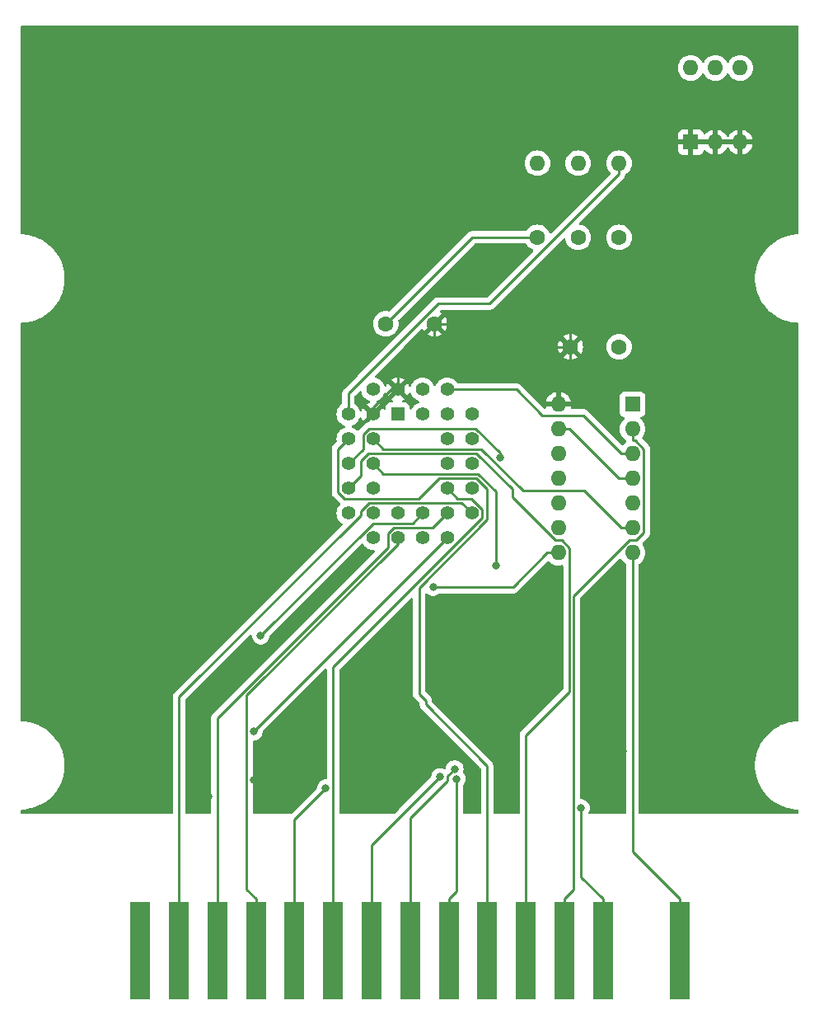
<source format=gbr>
G04 #@! TF.GenerationSoftware,KiCad,Pcbnew,8.0.2*
G04 #@! TF.CreationDate,2025-01-06T09:06:17+01:00*
G04 #@! TF.ProjectId,multicartridge-sst39sf010,6d756c74-6963-4617-9274-72696467652d,rev?*
G04 #@! TF.SameCoordinates,Original*
G04 #@! TF.FileFunction,Copper,L2,Bot*
G04 #@! TF.FilePolarity,Positive*
%FSLAX46Y46*%
G04 Gerber Fmt 4.6, Leading zero omitted, Abs format (unit mm)*
G04 Created by KiCad (PCBNEW 8.0.2) date 2025-01-06 09:06:17*
%MOMM*%
%LPD*%
G01*
G04 APERTURE LIST*
G04 #@! TA.AperFunction,ComponentPad*
%ADD10R,1.600000X1.600000*%
G04 #@! TD*
G04 #@! TA.AperFunction,ComponentPad*
%ADD11O,1.600000X1.600000*%
G04 #@! TD*
G04 #@! TA.AperFunction,ComponentPad*
%ADD12C,1.600000*%
G04 #@! TD*
G04 #@! TA.AperFunction,ComponentPad*
%ADD13R,1.422400X1.422400*%
G04 #@! TD*
G04 #@! TA.AperFunction,ComponentPad*
%ADD14C,1.422400*%
G04 #@! TD*
G04 #@! TA.AperFunction,SMDPad,CuDef*
%ADD15R,2.000000X10.000000*%
G04 #@! TD*
G04 #@! TA.AperFunction,ViaPad*
%ADD16C,0.800000*%
G04 #@! TD*
G04 #@! TA.AperFunction,Conductor*
%ADD17C,0.250000*%
G04 #@! TD*
G04 APERTURE END LIST*
D10*
X112014000Y-56134000D03*
D11*
X114554000Y-56134000D03*
X117094000Y-56134000D03*
X117094000Y-48514000D03*
X114554000Y-48514000D03*
X112014000Y-48514000D03*
D10*
X106045000Y-83058000D03*
D11*
X106045000Y-85598000D03*
X106045000Y-88138000D03*
X106045000Y-90678000D03*
X106045000Y-93218000D03*
X106045000Y-95758000D03*
X106045000Y-98298000D03*
X98425000Y-98298000D03*
X98425000Y-95758000D03*
X98425000Y-93218000D03*
X98425000Y-90678000D03*
X98425000Y-88138000D03*
X98425000Y-85598000D03*
X98425000Y-83058000D03*
D12*
X99647000Y-77143000D03*
X104647000Y-77143000D03*
X85685000Y-74785000D03*
X80685000Y-74785000D03*
X100457000Y-65913000D03*
D11*
X100457000Y-58293000D03*
D12*
X96266000Y-65913000D03*
D11*
X96266000Y-58293000D03*
D12*
X104648000Y-65913000D03*
D11*
X104648000Y-58293000D03*
D13*
X81915000Y-84074000D03*
D14*
X84455000Y-81534000D03*
X84455000Y-84074000D03*
X86995000Y-81534000D03*
X89535000Y-84074000D03*
X86995000Y-84074000D03*
X89535000Y-86614000D03*
X86995000Y-86614000D03*
X89535000Y-89154000D03*
X86995000Y-89154000D03*
X89535000Y-91694000D03*
X86995000Y-91694000D03*
X89535000Y-94234000D03*
X86995000Y-96774000D03*
X86995000Y-94234000D03*
X84455000Y-96774000D03*
X84455000Y-94234000D03*
X81915000Y-96774000D03*
X81915000Y-94234000D03*
X79375000Y-96774000D03*
X76835000Y-94234000D03*
X79375000Y-94234000D03*
X76835000Y-91694000D03*
X79375000Y-91694000D03*
X76835000Y-89154000D03*
X79375000Y-89154000D03*
X76835000Y-86614000D03*
X79375000Y-86614000D03*
X76835000Y-84074000D03*
X79375000Y-81534000D03*
X79375000Y-84074000D03*
X81915000Y-81534000D03*
D15*
X55465000Y-139192000D03*
X59425000Y-139192000D03*
X63385000Y-139192000D03*
X67345000Y-139192000D03*
X71305000Y-139192000D03*
X75265000Y-139192000D03*
X79225000Y-139192000D03*
X83185000Y-139192000D03*
X87145000Y-139192000D03*
X91105000Y-139192000D03*
X95065000Y-139192000D03*
X99025000Y-139192000D03*
X102985000Y-139192000D03*
X110905000Y-139192000D03*
D16*
X108077000Y-117881400D03*
X105029000Y-118643400D03*
X101422200Y-118592600D03*
X98374200Y-112039400D03*
X85115400Y-110921800D03*
X82778600Y-110921800D03*
X73685400Y-119913400D03*
X76733400Y-118948200D03*
X67109600Y-121640600D03*
X55465000Y-123113800D03*
X67104500Y-116664500D03*
X67834600Y-106822800D03*
X91972000Y-99597000D03*
X92433700Y-88562400D03*
X87963600Y-121520500D03*
X87760700Y-120518200D03*
X86263800Y-121315900D03*
X74525100Y-122473700D03*
X100741200Y-124513000D03*
X85538700Y-101825300D03*
X60731400Y-121539000D03*
X62458600Y-123317000D03*
D17*
X101422200Y-118592600D02*
X104978200Y-118592600D01*
X104978200Y-118592600D02*
X105029000Y-118643400D01*
X111785400Y-114173000D02*
X108077000Y-117881400D01*
X111785400Y-77800200D02*
X111785400Y-107721400D01*
X111785400Y-107721400D02*
X111785400Y-114173000D01*
X111480600Y-77495400D02*
X111785400Y-77800200D01*
X111480600Y-77292200D02*
X111480600Y-77495400D01*
X107670600Y-73482200D02*
X111480600Y-77292200D01*
X107670600Y-71653400D02*
X107061000Y-72263000D01*
X107670600Y-71653400D02*
X107670600Y-73482200D01*
X112014000Y-67310000D02*
X107670600Y-71653400D01*
X97256600Y-110921800D02*
X98374200Y-112039400D01*
X82778600Y-114122200D02*
X82778600Y-110921800D01*
X77952600Y-118948200D02*
X82778600Y-114122200D01*
X85115400Y-110921800D02*
X97256600Y-110921800D01*
X91105000Y-120186500D02*
X91105000Y-139192000D01*
X84800300Y-113881800D02*
X91105000Y-120186500D01*
X84800300Y-113502300D02*
X84800300Y-113881800D01*
X84099400Y-101868800D02*
X84099400Y-112801400D01*
X91064100Y-94904100D02*
X84099400Y-101868800D01*
X89982300Y-90640600D02*
X91064100Y-91722400D01*
X86174600Y-90640600D02*
X89982300Y-90640600D01*
X84075200Y-92740000D02*
X86174600Y-90640600D01*
X76404900Y-92740000D02*
X84075200Y-92740000D01*
X75763600Y-92098700D02*
X76404900Y-92740000D01*
X91064100Y-91722400D02*
X91064100Y-94904100D01*
X84099400Y-112801400D02*
X84800300Y-113502300D01*
X75763600Y-87685400D02*
X75763600Y-92098700D01*
X76835000Y-86614000D02*
X75763600Y-87685400D01*
X76733400Y-118948200D02*
X77952600Y-118948200D01*
X71958200Y-121640600D02*
X73685400Y-119913400D01*
X67109600Y-121640600D02*
X71958200Y-121640600D01*
X96266000Y-65913000D02*
X89557000Y-65913000D01*
X89557000Y-65913000D02*
X80685000Y-74785000D01*
X110905000Y-139192000D02*
X110905000Y-133866900D01*
X106045000Y-98298000D02*
X106045000Y-129006900D01*
X106045000Y-129006900D02*
X110905000Y-133866900D01*
X81915000Y-81534000D02*
X81915000Y-80837600D01*
X93526000Y-77143000D02*
X99647000Y-77143000D01*
X112014000Y-56134000D02*
X112014000Y-67310000D01*
X85685000Y-74785000D02*
X91168000Y-74785000D01*
X101473000Y-72263000D02*
X101473000Y-72390000D01*
X101473000Y-72390000D02*
X99647000Y-74216000D01*
X79375000Y-83377600D02*
X79375000Y-84074000D01*
X81915000Y-80837600D02*
X81915000Y-80010000D01*
X81915000Y-80837600D02*
X79375000Y-83377600D01*
X82804000Y-79121000D02*
X84582000Y-79121000D01*
X98425000Y-83058000D02*
X98425000Y-81026000D01*
X117094000Y-56134000D02*
X114554000Y-56134000D01*
X81915000Y-80010000D02*
X82804000Y-79121000D01*
X114554000Y-56134000D02*
X112014000Y-56134000D01*
X84582000Y-79121000D02*
X85685000Y-78018000D01*
X99647000Y-79804000D02*
X99647000Y-77143000D01*
X91168000Y-74785000D02*
X93526000Y-77143000D01*
X98425000Y-81026000D02*
X99647000Y-79804000D01*
X85685000Y-78018000D02*
X85685000Y-74785000D01*
X107061000Y-72263000D02*
X101473000Y-72263000D01*
X99647000Y-74216000D02*
X99647000Y-77143000D01*
X86995000Y-96774000D02*
X67104500Y-116664500D01*
X79387000Y-95270400D02*
X67834600Y-106822800D01*
X84455000Y-94234000D02*
X83418600Y-95270400D01*
X83418600Y-95270400D02*
X79387000Y-95270400D01*
X91972000Y-91993700D02*
X90168800Y-90190500D01*
X90168800Y-90190500D02*
X80411500Y-90190500D01*
X80411500Y-90190500D02*
X79375000Y-89154000D01*
X91972000Y-99597000D02*
X91972000Y-91993700D01*
X89932600Y-85542200D02*
X92433700Y-88043300D01*
X92433700Y-88043300D02*
X92433700Y-88562400D01*
X78338600Y-86136800D02*
X78933200Y-85542200D01*
X76835000Y-89154000D02*
X78338600Y-87650400D01*
X78933200Y-85542200D02*
X89932600Y-85542200D01*
X78338600Y-87650400D02*
X78338600Y-86136800D01*
X100965100Y-84183200D02*
X104919900Y-88138000D01*
X96761200Y-84183200D02*
X100965100Y-84183200D01*
X106045000Y-88138000D02*
X104919900Y-88138000D01*
X86995000Y-81534000D02*
X94112000Y-81534000D01*
X94112000Y-81534000D02*
X96761200Y-84183200D01*
X78882000Y-88100600D02*
X90011700Y-88100600D01*
X95065000Y-117055500D02*
X95065000Y-139192000D01*
X99550900Y-112569600D02*
X95065000Y-117055500D01*
X93700100Y-91789000D02*
X93700100Y-92630500D01*
X78105000Y-88877600D02*
X78882000Y-88100600D01*
X78105000Y-90424000D02*
X78105000Y-88877600D01*
X98097600Y-97028000D02*
X98746700Y-97028000D01*
X98746700Y-97028000D02*
X99550900Y-97832200D01*
X93700100Y-92630500D02*
X98097600Y-97028000D01*
X99550900Y-97832200D02*
X99550900Y-112569600D01*
X90011700Y-88100600D02*
X93700100Y-91789000D01*
X76835000Y-91694000D02*
X78105000Y-90424000D01*
X87145000Y-133866900D02*
X87963600Y-133048300D01*
X87145000Y-139192000D02*
X87145000Y-133866900D01*
X87963600Y-133048300D02*
X87963600Y-121520500D01*
X87039400Y-121689600D02*
X87039400Y-121239500D01*
X83185000Y-139192000D02*
X83185000Y-125544000D01*
X83185000Y-125544000D02*
X87039400Y-121689600D01*
X87039400Y-121239500D02*
X87760700Y-120518200D01*
X79225000Y-128354700D02*
X86263800Y-121315900D01*
X79225000Y-139192000D02*
X79225000Y-128354700D01*
X75265000Y-110066500D02*
X75265000Y-139192000D01*
X89512900Y-92734600D02*
X90604100Y-93825800D01*
X90604100Y-93825800D02*
X90604100Y-94727400D01*
X86995000Y-91694000D02*
X88035600Y-92734600D01*
X90604100Y-94727400D02*
X75265000Y-110066500D01*
X88035600Y-92734600D02*
X89512900Y-92734600D01*
X71305000Y-125693800D02*
X74525100Y-122473700D01*
X71305000Y-139192000D02*
X71305000Y-125693800D01*
X81915000Y-97410600D02*
X81915000Y-96774000D01*
X67345000Y-133866900D02*
X66374400Y-132896300D01*
X66374400Y-112951200D02*
X81915000Y-97410600D01*
X66374400Y-132896300D02*
X66374400Y-112951200D01*
X67345000Y-139192000D02*
X67345000Y-133866900D01*
X80878700Y-96335200D02*
X81493300Y-95720600D01*
X63385000Y-133866900D02*
X63385000Y-115249200D01*
X63385000Y-115249200D02*
X80878700Y-97755500D01*
X85508400Y-95720600D02*
X86995000Y-94234000D01*
X63385000Y-139192000D02*
X63385000Y-133866900D01*
X80878700Y-97755500D02*
X80878700Y-96335200D01*
X81493300Y-95720600D02*
X85508400Y-95720600D01*
X78105000Y-94022700D02*
X78105000Y-94442700D01*
X59425000Y-113122700D02*
X59425000Y-139192000D01*
X78105000Y-94442700D02*
X59425000Y-113122700D01*
X88491200Y-93190200D02*
X78937500Y-93190200D01*
X78937500Y-93190200D02*
X78105000Y-94022700D01*
X89535000Y-94234000D02*
X88491200Y-93190200D01*
X102985000Y-133866900D02*
X100741200Y-131623100D01*
X100741200Y-131623100D02*
X100741200Y-124513000D01*
X102985000Y-139192000D02*
X102985000Y-133866900D01*
X104630100Y-90678000D02*
X99550100Y-85598000D01*
X98425000Y-85598000D02*
X99550100Y-85598000D01*
X106045000Y-90678000D02*
X104630100Y-90678000D01*
X99025000Y-139192000D02*
X99025000Y-133866900D01*
X100001100Y-102715700D02*
X105688800Y-97028000D01*
X107202200Y-96255400D02*
X107202200Y-87647200D01*
X106045000Y-85598000D02*
X106045000Y-86723100D01*
X100001100Y-132890800D02*
X100001100Y-102715700D01*
X99025000Y-133866900D02*
X100001100Y-132890800D01*
X106429600Y-97028000D02*
X107202200Y-96255400D01*
X106278100Y-86723100D02*
X106045000Y-86723100D01*
X105688800Y-97028000D02*
X106429600Y-97028000D01*
X107202200Y-87647200D02*
X106278100Y-86723100D01*
X104648000Y-58293000D02*
X104648000Y-59418100D01*
X76835000Y-81967900D02*
X76835000Y-84074000D01*
X104648000Y-59418100D02*
X91358400Y-72707700D01*
X91358400Y-72707700D02*
X86095200Y-72707700D01*
X86095200Y-72707700D02*
X76835000Y-81967900D01*
X79375000Y-86614000D02*
X80411400Y-87650400D01*
X80411400Y-87650400D02*
X90496300Y-87650400D01*
X106045000Y-95758000D02*
X104919900Y-95758000D01*
X94793900Y-91948000D02*
X101109900Y-91948000D01*
X90496300Y-87650400D02*
X94793900Y-91948000D01*
X101109900Y-91948000D02*
X104919900Y-95758000D01*
X98425000Y-98298000D02*
X97299900Y-98298000D01*
X93772600Y-101825300D02*
X97299900Y-98298000D01*
X85538700Y-101825300D02*
X93772600Y-101825300D01*
X60731400Y-121539000D02*
X60731400Y-121589800D01*
X60731400Y-121589800D02*
X62458600Y-123317000D01*
G04 #@! TA.AperFunction,Conductor*
G36*
X114233920Y-55888394D02*
G01*
X114181259Y-55979606D01*
X114154000Y-56081339D01*
X114154000Y-56186661D01*
X114181259Y-56288394D01*
X114233920Y-56379606D01*
X114238314Y-56384000D01*
X112329686Y-56384000D01*
X112334080Y-56379606D01*
X112386741Y-56288394D01*
X112414000Y-56186661D01*
X112414000Y-56081339D01*
X112386741Y-55979606D01*
X112334080Y-55888394D01*
X112329686Y-55884000D01*
X114238314Y-55884000D01*
X114233920Y-55888394D01*
G37*
G04 #@! TD.AperFunction*
G04 #@! TA.AperFunction,Conductor*
G36*
X116773920Y-55888394D02*
G01*
X116721259Y-55979606D01*
X116694000Y-56081339D01*
X116694000Y-56186661D01*
X116721259Y-56288394D01*
X116773920Y-56379606D01*
X116778314Y-56384000D01*
X114869686Y-56384000D01*
X114874080Y-56379606D01*
X114926741Y-56288394D01*
X114954000Y-56186661D01*
X114954000Y-56081339D01*
X114926741Y-55979606D01*
X114874080Y-55888394D01*
X114869686Y-55884000D01*
X116778314Y-55884000D01*
X116773920Y-55888394D01*
G37*
G04 #@! TD.AperFunction*
G04 #@! TA.AperFunction,Conductor*
G36*
X123064539Y-44190286D02*
G01*
X123110294Y-44243090D01*
X123121500Y-44294601D01*
X123121500Y-65495500D01*
X123101815Y-65562539D01*
X123049011Y-65608294D01*
X122997500Y-65619500D01*
X122937774Y-65619500D01*
X122863905Y-65626345D01*
X122521114Y-65658108D01*
X122521113Y-65658109D01*
X122521109Y-65658109D01*
X122521106Y-65658110D01*
X122377738Y-65684910D01*
X122109770Y-65735001D01*
X121707301Y-65849515D01*
X121317102Y-66000678D01*
X120942519Y-66187199D01*
X120586741Y-66407487D01*
X120252816Y-66659655D01*
X120252807Y-66659662D01*
X119943570Y-66941570D01*
X119661662Y-67250807D01*
X119661655Y-67250816D01*
X119409487Y-67584741D01*
X119189199Y-67940519D01*
X119002678Y-68315102D01*
X118851515Y-68705301D01*
X118737001Y-69107770D01*
X118660109Y-69519113D01*
X118660108Y-69519114D01*
X118621500Y-69935776D01*
X118621500Y-70354223D01*
X118660108Y-70770885D01*
X118660109Y-70770886D01*
X118660110Y-70770894D01*
X118737000Y-71182222D01*
X118737002Y-71182229D01*
X118737001Y-71182229D01*
X118851515Y-71584698D01*
X118851514Y-71584698D01*
X119002678Y-71974897D01*
X119189199Y-72349481D01*
X119282719Y-72500521D01*
X119409487Y-72705258D01*
X119661655Y-73039183D01*
X119661662Y-73039192D01*
X119771293Y-73159451D01*
X119943570Y-73348430D01*
X120119442Y-73508758D01*
X120252807Y-73630337D01*
X120252816Y-73630344D01*
X120275504Y-73647477D01*
X120586743Y-73882514D01*
X120942519Y-74102801D01*
X121317103Y-74289322D01*
X121707299Y-74440484D01*
X121978252Y-74517577D01*
X122109770Y-74554998D01*
X122109772Y-74554998D01*
X122109778Y-74555000D01*
X122521106Y-74631890D01*
X122521113Y-74631890D01*
X122521114Y-74631891D01*
X122662585Y-74645000D01*
X122937774Y-74670500D01*
X122997500Y-74670500D01*
X123064539Y-74690185D01*
X123110294Y-74742989D01*
X123121500Y-74794500D01*
X123121500Y-77834438D01*
X123121501Y-83434439D01*
X123121501Y-94834438D01*
X123121500Y-100446437D01*
X123121500Y-115495500D01*
X123101815Y-115562539D01*
X123049011Y-115608294D01*
X122997500Y-115619500D01*
X122937774Y-115619500D01*
X122862401Y-115626484D01*
X122521114Y-115658108D01*
X122521113Y-115658109D01*
X122521109Y-115658109D01*
X122521106Y-115658110D01*
X122393225Y-115682015D01*
X122109770Y-115735001D01*
X121707301Y-115849515D01*
X121317102Y-116000678D01*
X120942519Y-116187199D01*
X120586741Y-116407487D01*
X120252816Y-116659655D01*
X120252807Y-116659662D01*
X119943570Y-116941570D01*
X119661662Y-117250807D01*
X119661655Y-117250816D01*
X119409487Y-117584741D01*
X119189199Y-117940519D01*
X119002678Y-118315102D01*
X118851515Y-118705301D01*
X118737001Y-119107770D01*
X118660109Y-119519113D01*
X118660108Y-119519114D01*
X118621500Y-119935776D01*
X118621500Y-120354223D01*
X118660108Y-120770885D01*
X118660109Y-120770886D01*
X118660110Y-120770894D01*
X118737000Y-121182222D01*
X118737002Y-121182229D01*
X118737001Y-121182229D01*
X118851515Y-121584698D01*
X118851514Y-121584698D01*
X119002678Y-121974897D01*
X119189199Y-122349481D01*
X119409486Y-122705257D01*
X119409487Y-122705258D01*
X119661655Y-123039183D01*
X119661662Y-123039192D01*
X119771293Y-123159451D01*
X119943570Y-123348430D01*
X120082285Y-123474885D01*
X120252807Y-123630337D01*
X120252816Y-123630344D01*
X120357680Y-123709533D01*
X120586743Y-123882514D01*
X120942519Y-124102801D01*
X121317103Y-124289322D01*
X121707299Y-124440484D01*
X121978252Y-124517577D01*
X122109770Y-124554998D01*
X122109772Y-124554998D01*
X122109778Y-124555000D01*
X122521106Y-124631890D01*
X122521113Y-124631890D01*
X122521114Y-124631891D01*
X122662585Y-124645000D01*
X122937774Y-124670500D01*
X122997500Y-124670500D01*
X123064539Y-124690185D01*
X123110294Y-124742989D01*
X123121500Y-124794500D01*
X123121500Y-125021001D01*
X123101815Y-125088040D01*
X123049011Y-125133795D01*
X122997500Y-125145001D01*
X106802500Y-125145001D01*
X106735461Y-125125316D01*
X106689706Y-125072512D01*
X106678500Y-125021001D01*
X106678500Y-99516352D01*
X106698185Y-99449313D01*
X106731373Y-99414779D01*
X106889300Y-99304198D01*
X107051198Y-99142300D01*
X107182523Y-98954749D01*
X107279284Y-98747243D01*
X107338543Y-98526087D01*
X107358498Y-98298000D01*
X107338543Y-98069913D01*
X107279284Y-97848757D01*
X107182523Y-97641251D01*
X107051198Y-97453700D01*
X107051194Y-97453696D01*
X107048527Y-97449887D01*
X107026200Y-97383681D01*
X107043210Y-97315913D01*
X107062417Y-97291086D01*
X107694271Y-96659233D01*
X107763600Y-96555475D01*
X107811355Y-96440185D01*
X107835700Y-96317794D01*
X107835700Y-96193007D01*
X107835700Y-87584806D01*
X107811355Y-87462415D01*
X107789561Y-87409800D01*
X107789561Y-87409799D01*
X107763604Y-87347131D01*
X107763602Y-87347127D01*
X107763601Y-87347125D01*
X107754351Y-87333281D01*
X107694272Y-87243366D01*
X107694269Y-87243363D01*
X107059457Y-86608552D01*
X107025972Y-86547229D01*
X107030956Y-86477538D01*
X107048672Y-86447141D01*
X107048092Y-86446735D01*
X107051196Y-86442301D01*
X107051198Y-86442300D01*
X107182523Y-86254749D01*
X107279284Y-86047243D01*
X107338543Y-85826087D01*
X107358498Y-85598000D01*
X107338543Y-85369913D01*
X107279284Y-85148757D01*
X107261904Y-85111486D01*
X107215473Y-85011913D01*
X107182523Y-84941251D01*
X107051198Y-84753700D01*
X106889300Y-84591802D01*
X106881627Y-84586429D01*
X106838006Y-84531853D01*
X106830814Y-84462355D01*
X106862338Y-84400001D01*
X106922568Y-84364588D01*
X106939489Y-84361570D01*
X106954201Y-84359989D01*
X107091204Y-84308889D01*
X107208261Y-84221261D01*
X107295889Y-84104204D01*
X107346989Y-83967201D01*
X107352106Y-83919606D01*
X107353499Y-83906654D01*
X107353500Y-83906637D01*
X107353500Y-82209362D01*
X107353499Y-82209345D01*
X107349994Y-82176752D01*
X107346989Y-82148799D01*
X107346012Y-82146180D01*
X107313250Y-82058342D01*
X107295889Y-82011796D01*
X107208261Y-81894739D01*
X107091204Y-81807111D01*
X106954203Y-81756011D01*
X106893654Y-81749500D01*
X106893638Y-81749500D01*
X105196362Y-81749500D01*
X105196345Y-81749500D01*
X105135797Y-81756011D01*
X105135795Y-81756011D01*
X104998795Y-81807111D01*
X104881739Y-81894739D01*
X104794111Y-82011795D01*
X104743011Y-82148795D01*
X104743011Y-82148797D01*
X104736500Y-82209345D01*
X104736500Y-83906654D01*
X104743011Y-83967202D01*
X104743011Y-83967204D01*
X104782845Y-84073999D01*
X104794111Y-84104204D01*
X104881739Y-84221261D01*
X104998796Y-84308889D01*
X105098110Y-84345931D01*
X105135793Y-84359987D01*
X105135799Y-84359989D01*
X105150499Y-84361569D01*
X105215048Y-84388305D01*
X105254897Y-84445696D01*
X105257393Y-84515521D01*
X105221742Y-84575611D01*
X105208377Y-84586425D01*
X105208371Y-84586431D01*
X105200696Y-84591805D01*
X105038806Y-84753695D01*
X105038803Y-84753698D01*
X105038802Y-84753700D01*
X104994689Y-84816700D01*
X104907476Y-84941252D01*
X104907475Y-84941254D01*
X104810718Y-85148750D01*
X104810714Y-85148761D01*
X104751457Y-85369910D01*
X104751456Y-85369918D01*
X104731502Y-85597998D01*
X104731502Y-85598001D01*
X104751456Y-85826081D01*
X104751457Y-85826089D01*
X104810714Y-86047238D01*
X104810718Y-86047249D01*
X104870616Y-86175700D01*
X104907477Y-86254749D01*
X105038802Y-86442300D01*
X105200700Y-86604198D01*
X105362932Y-86717794D01*
X105406557Y-86772372D01*
X105413425Y-86795177D01*
X105430407Y-86880548D01*
X105424180Y-86950140D01*
X105381318Y-87005317D01*
X105379947Y-87006291D01*
X105364797Y-87016900D01*
X105200699Y-87131803D01*
X105092834Y-87239668D01*
X105031511Y-87273152D01*
X104961819Y-87268168D01*
X104917472Y-87239667D01*
X101368936Y-83691131D01*
X101368932Y-83691128D01*
X101265181Y-83621803D01*
X101265172Y-83621798D01*
X101149885Y-83574045D01*
X101149877Y-83574043D01*
X101027498Y-83549700D01*
X101027494Y-83549700D01*
X99800709Y-83549700D01*
X99733670Y-83530015D01*
X99687915Y-83477211D01*
X99677971Y-83408053D01*
X99680934Y-83393606D01*
X99703872Y-83308000D01*
X98740686Y-83308000D01*
X98745080Y-83303606D01*
X98797741Y-83212394D01*
X98825000Y-83110661D01*
X98825000Y-83005339D01*
X98797741Y-82903606D01*
X98745080Y-82812394D01*
X98740686Y-82808000D01*
X99703872Y-82808000D01*
X99703872Y-82807999D01*
X99651269Y-82611682D01*
X99651265Y-82611673D01*
X99555134Y-82405517D01*
X99424657Y-82219179D01*
X99263820Y-82058342D01*
X99077482Y-81927865D01*
X98871328Y-81831734D01*
X98675000Y-81779127D01*
X98675000Y-82742314D01*
X98670606Y-82737920D01*
X98579394Y-82685259D01*
X98477661Y-82658000D01*
X98372339Y-82658000D01*
X98270606Y-82685259D01*
X98179394Y-82737920D01*
X98175000Y-82742314D01*
X98175000Y-81779127D01*
X97978671Y-81831734D01*
X97772517Y-81927865D01*
X97586179Y-82058342D01*
X97425342Y-82219179D01*
X97294865Y-82405517D01*
X97198734Y-82611673D01*
X97198730Y-82611682D01*
X97146127Y-82807999D01*
X97146128Y-82808000D01*
X98109314Y-82808000D01*
X98104920Y-82812394D01*
X98052259Y-82903606D01*
X98025000Y-83005339D01*
X98025000Y-83110661D01*
X98052259Y-83212394D01*
X98104920Y-83303606D01*
X98109314Y-83308000D01*
X97146128Y-83308000D01*
X97146127Y-83308001D01*
X97159667Y-83358532D01*
X97158004Y-83428382D01*
X97118841Y-83486244D01*
X97054612Y-83513748D01*
X96985710Y-83502161D01*
X96952211Y-83478306D01*
X94515836Y-81041931D01*
X94515832Y-81041928D01*
X94412081Y-80972603D01*
X94412072Y-80972598D01*
X94296785Y-80924845D01*
X94296777Y-80924843D01*
X94174398Y-80900500D01*
X94174394Y-80900500D01*
X88104947Y-80900500D01*
X88037908Y-80880815D01*
X88003372Y-80847623D01*
X87932916Y-80747001D01*
X87932911Y-80746995D01*
X87782003Y-80596087D01*
X87671532Y-80518734D01*
X87607180Y-80473674D01*
X87607176Y-80473672D01*
X87413761Y-80383481D01*
X87413747Y-80383476D01*
X87207613Y-80328243D01*
X87207603Y-80328241D01*
X86995001Y-80309641D01*
X86994999Y-80309641D01*
X86782396Y-80328241D01*
X86782386Y-80328243D01*
X86576252Y-80383476D01*
X86576243Y-80383480D01*
X86382820Y-80473674D01*
X86382816Y-80473676D01*
X86208001Y-80596083D01*
X86207995Y-80596088D01*
X86057088Y-80746995D01*
X86057083Y-80747001D01*
X85934676Y-80921816D01*
X85934674Y-80921820D01*
X85844480Y-81115243D01*
X85842625Y-81120339D01*
X85841292Y-81119854D01*
X85808405Y-81173804D01*
X85745556Y-81204329D01*
X85676181Y-81196031D01*
X85622306Y-81151542D01*
X85607958Y-81120126D01*
X85607375Y-81120339D01*
X85605524Y-81115256D01*
X85605521Y-81115245D01*
X85515326Y-80921821D01*
X85515324Y-80921818D01*
X85515323Y-80921816D01*
X85392916Y-80747001D01*
X85392911Y-80746995D01*
X85242003Y-80596087D01*
X85131532Y-80518734D01*
X85067180Y-80473674D01*
X85067176Y-80473672D01*
X84873761Y-80383481D01*
X84873747Y-80383476D01*
X84667613Y-80328243D01*
X84667603Y-80328241D01*
X84455001Y-80309641D01*
X84454999Y-80309641D01*
X84242396Y-80328241D01*
X84242386Y-80328243D01*
X84036252Y-80383476D01*
X84036243Y-80383480D01*
X83842820Y-80473674D01*
X83842816Y-80473676D01*
X83668001Y-80596083D01*
X83667995Y-80596088D01*
X83517088Y-80746995D01*
X83517083Y-80747001D01*
X83394676Y-80921816D01*
X83394674Y-80921820D01*
X83304480Y-81115243D01*
X83304475Y-81115256D01*
X83300374Y-81130561D01*
X83264008Y-81190221D01*
X83201160Y-81220749D01*
X83131785Y-81212452D01*
X83077908Y-81167966D01*
X83060824Y-81130555D01*
X83057505Y-81118166D01*
X83057502Y-81118161D01*
X82967934Y-80926083D01*
X82930266Y-80872286D01*
X82930265Y-80872285D01*
X82315000Y-81487551D01*
X82315000Y-81481339D01*
X82287741Y-81379606D01*
X82235080Y-81288394D01*
X82160606Y-81213920D01*
X82069394Y-81161259D01*
X81967661Y-81134000D01*
X81961448Y-81134000D01*
X82576713Y-80518734D01*
X82576712Y-80518733D01*
X82522914Y-80481063D01*
X82522912Y-80481062D01*
X82330838Y-80391497D01*
X82330829Y-80391493D01*
X82126131Y-80336645D01*
X82126120Y-80336643D01*
X81915002Y-80318173D01*
X81914998Y-80318173D01*
X81703879Y-80336643D01*
X81703868Y-80336645D01*
X81499170Y-80391493D01*
X81499161Y-80391497D01*
X81307088Y-80481062D01*
X81253286Y-80518733D01*
X81868553Y-81134000D01*
X81862339Y-81134000D01*
X81760606Y-81161259D01*
X81669394Y-81213920D01*
X81594920Y-81288394D01*
X81542259Y-81379606D01*
X81515000Y-81481339D01*
X81515000Y-81487553D01*
X80899733Y-80872286D01*
X80862062Y-80926088D01*
X80772497Y-81118161D01*
X80772492Y-81118173D01*
X80769173Y-81130561D01*
X80732807Y-81190221D01*
X80669959Y-81220749D01*
X80600584Y-81212452D01*
X80546707Y-81167966D01*
X80529624Y-81130559D01*
X80525521Y-81115245D01*
X80435326Y-80921821D01*
X80435324Y-80921818D01*
X80435323Y-80921816D01*
X80312916Y-80747001D01*
X80312911Y-80746995D01*
X80162003Y-80596087D01*
X80051532Y-80518734D01*
X79987180Y-80473674D01*
X79987176Y-80473672D01*
X79793761Y-80383481D01*
X79793747Y-80383476D01*
X79623884Y-80337962D01*
X79564223Y-80301597D01*
X79533694Y-80238750D01*
X79541989Y-80169374D01*
X79568293Y-80130509D01*
X82555805Y-77142997D01*
X98342034Y-77142997D01*
X98342034Y-77143002D01*
X98361858Y-77369599D01*
X98361860Y-77369610D01*
X98420730Y-77589317D01*
X98420735Y-77589331D01*
X98516863Y-77795478D01*
X98567974Y-77868472D01*
X99247000Y-77189446D01*
X99247000Y-77195661D01*
X99274259Y-77297394D01*
X99326920Y-77388606D01*
X99401394Y-77463080D01*
X99492606Y-77515741D01*
X99594339Y-77543000D01*
X99600553Y-77543000D01*
X98921526Y-78222025D01*
X98994513Y-78273132D01*
X98994521Y-78273136D01*
X99200668Y-78369264D01*
X99200682Y-78369269D01*
X99420389Y-78428139D01*
X99420400Y-78428141D01*
X99646998Y-78447966D01*
X99647002Y-78447966D01*
X99873599Y-78428141D01*
X99873610Y-78428139D01*
X100093317Y-78369269D01*
X100093331Y-78369264D01*
X100299478Y-78273136D01*
X100372471Y-78222024D01*
X99693447Y-77543000D01*
X99699661Y-77543000D01*
X99801394Y-77515741D01*
X99892606Y-77463080D01*
X99967080Y-77388606D01*
X100019741Y-77297394D01*
X100047000Y-77195661D01*
X100047000Y-77189447D01*
X100726024Y-77868471D01*
X100777136Y-77795478D01*
X100873264Y-77589331D01*
X100873269Y-77589317D01*
X100932139Y-77369610D01*
X100932141Y-77369599D01*
X100951966Y-77143002D01*
X100951966Y-77142998D01*
X103333502Y-77142998D01*
X103333502Y-77143001D01*
X103353456Y-77371081D01*
X103353457Y-77371089D01*
X103412714Y-77592238D01*
X103412718Y-77592249D01*
X103507485Y-77795478D01*
X103509477Y-77799749D01*
X103640802Y-77987300D01*
X103802700Y-78149198D01*
X103990251Y-78280523D01*
X104115091Y-78338736D01*
X104197750Y-78377281D01*
X104197752Y-78377281D01*
X104197757Y-78377284D01*
X104418913Y-78436543D01*
X104581832Y-78450796D01*
X104646998Y-78456498D01*
X104647000Y-78456498D01*
X104647002Y-78456498D01*
X104704021Y-78451509D01*
X104875087Y-78436543D01*
X105096243Y-78377284D01*
X105303749Y-78280523D01*
X105491300Y-78149198D01*
X105653198Y-77987300D01*
X105784523Y-77799749D01*
X105881284Y-77592243D01*
X105940543Y-77371087D01*
X105960498Y-77143000D01*
X105940543Y-76914913D01*
X105881284Y-76693757D01*
X105784523Y-76486251D01*
X105653198Y-76298700D01*
X105491300Y-76136802D01*
X105303749Y-76005477D01*
X105303745Y-76005475D01*
X105096249Y-75908718D01*
X105096238Y-75908714D01*
X104875089Y-75849457D01*
X104875081Y-75849456D01*
X104647002Y-75829502D01*
X104646998Y-75829502D01*
X104418918Y-75849456D01*
X104418910Y-75849457D01*
X104197761Y-75908714D01*
X104197750Y-75908718D01*
X103990254Y-76005475D01*
X103990252Y-76005476D01*
X103970531Y-76019285D01*
X103802700Y-76136802D01*
X103802698Y-76136803D01*
X103802695Y-76136806D01*
X103640806Y-76298695D01*
X103509476Y-76486252D01*
X103509475Y-76486254D01*
X103412718Y-76693750D01*
X103412714Y-76693761D01*
X103353457Y-76914910D01*
X103353456Y-76914918D01*
X103333502Y-77142998D01*
X100951966Y-77142998D01*
X100951966Y-77142997D01*
X100932141Y-76916400D01*
X100932139Y-76916389D01*
X100873269Y-76696682D01*
X100873264Y-76696668D01*
X100777136Y-76490521D01*
X100777132Y-76490513D01*
X100726025Y-76417526D01*
X100047000Y-77096551D01*
X100047000Y-77090339D01*
X100019741Y-76988606D01*
X99967080Y-76897394D01*
X99892606Y-76822920D01*
X99801394Y-76770259D01*
X99699661Y-76743000D01*
X99693448Y-76743000D01*
X100372472Y-76063974D01*
X100299478Y-76012863D01*
X100093331Y-75916735D01*
X100093317Y-75916730D01*
X99873610Y-75857860D01*
X99873599Y-75857858D01*
X99647002Y-75838034D01*
X99646998Y-75838034D01*
X99420400Y-75857858D01*
X99420389Y-75857860D01*
X99200682Y-75916730D01*
X99200673Y-75916734D01*
X98994516Y-76012866D01*
X98994512Y-76012868D01*
X98921526Y-76063973D01*
X98921526Y-76063974D01*
X99600553Y-76743000D01*
X99594339Y-76743000D01*
X99492606Y-76770259D01*
X99401394Y-76822920D01*
X99326920Y-76897394D01*
X99274259Y-76988606D01*
X99247000Y-77090339D01*
X99247000Y-77096552D01*
X98567974Y-76417526D01*
X98567973Y-76417526D01*
X98516868Y-76490512D01*
X98516866Y-76490516D01*
X98420734Y-76696673D01*
X98420730Y-76696682D01*
X98361860Y-76916389D01*
X98361858Y-76916400D01*
X98342034Y-77142997D01*
X82555805Y-77142997D01*
X84336295Y-75362507D01*
X84397615Y-75329025D01*
X84467307Y-75334009D01*
X84523240Y-75375881D01*
X84536355Y-75397787D01*
X84554863Y-75437478D01*
X84605974Y-75510472D01*
X85285000Y-74831446D01*
X85285000Y-74837661D01*
X85312259Y-74939394D01*
X85364920Y-75030606D01*
X85439394Y-75105080D01*
X85530606Y-75157741D01*
X85632339Y-75185000D01*
X85638553Y-75185000D01*
X84959526Y-75864025D01*
X85032513Y-75915132D01*
X85032521Y-75915136D01*
X85238668Y-76011264D01*
X85238682Y-76011269D01*
X85458389Y-76070139D01*
X85458400Y-76070141D01*
X85684998Y-76089966D01*
X85685002Y-76089966D01*
X85911599Y-76070141D01*
X85911610Y-76070139D01*
X86131317Y-76011269D01*
X86131331Y-76011264D01*
X86337478Y-75915136D01*
X86410471Y-75864024D01*
X85731447Y-75185000D01*
X85737661Y-75185000D01*
X85839394Y-75157741D01*
X85930606Y-75105080D01*
X86005080Y-75030606D01*
X86057741Y-74939394D01*
X86085000Y-74837661D01*
X86085000Y-74831447D01*
X86764024Y-75510471D01*
X86815136Y-75437478D01*
X86911264Y-75231331D01*
X86911269Y-75231317D01*
X86970139Y-75011610D01*
X86970141Y-75011599D01*
X86989966Y-74785002D01*
X86989966Y-74784997D01*
X86970141Y-74558400D01*
X86970139Y-74558389D01*
X86911269Y-74338682D01*
X86911264Y-74338668D01*
X86815136Y-74132521D01*
X86815132Y-74132513D01*
X86764025Y-74059526D01*
X86085000Y-74738551D01*
X86085000Y-74732339D01*
X86057741Y-74630606D01*
X86005080Y-74539394D01*
X85930606Y-74464920D01*
X85839394Y-74412259D01*
X85737661Y-74385000D01*
X85731446Y-74385000D01*
X86410472Y-73705974D01*
X86337480Y-73654864D01*
X86297787Y-73636355D01*
X86245348Y-73590182D01*
X86226196Y-73522989D01*
X86246412Y-73456108D01*
X86262507Y-73436296D01*
X86321286Y-73377518D01*
X86382609Y-73344034D01*
X86408966Y-73341200D01*
X91420795Y-73341200D01*
X91420796Y-73341199D01*
X91543185Y-73316855D01*
X91658475Y-73269100D01*
X91762233Y-73199771D01*
X98947868Y-66014135D01*
X99009189Y-65980652D01*
X99078881Y-65985636D01*
X99134814Y-66027508D01*
X99159075Y-66091008D01*
X99163456Y-66141083D01*
X99163457Y-66141089D01*
X99222714Y-66362238D01*
X99222718Y-66362249D01*
X99243813Y-66407487D01*
X99319477Y-66569749D01*
X99450802Y-66757300D01*
X99612700Y-66919198D01*
X99800251Y-67050523D01*
X99925091Y-67108736D01*
X100007750Y-67147281D01*
X100007752Y-67147281D01*
X100007757Y-67147284D01*
X100228913Y-67206543D01*
X100391832Y-67220796D01*
X100456998Y-67226498D01*
X100457000Y-67226498D01*
X100457002Y-67226498D01*
X100514021Y-67221509D01*
X100685087Y-67206543D01*
X100906243Y-67147284D01*
X101113749Y-67050523D01*
X101301300Y-66919198D01*
X101463198Y-66757300D01*
X101594523Y-66569749D01*
X101691284Y-66362243D01*
X101750543Y-66141087D01*
X101770498Y-65913000D01*
X101770498Y-65912998D01*
X103334502Y-65912998D01*
X103334502Y-65913001D01*
X103354456Y-66141081D01*
X103354457Y-66141089D01*
X103413714Y-66362238D01*
X103413718Y-66362249D01*
X103434813Y-66407487D01*
X103510477Y-66569749D01*
X103641802Y-66757300D01*
X103803700Y-66919198D01*
X103991251Y-67050523D01*
X104116091Y-67108736D01*
X104198750Y-67147281D01*
X104198752Y-67147281D01*
X104198757Y-67147284D01*
X104419913Y-67206543D01*
X104582832Y-67220796D01*
X104647998Y-67226498D01*
X104648000Y-67226498D01*
X104648002Y-67226498D01*
X104705021Y-67221509D01*
X104876087Y-67206543D01*
X105097243Y-67147284D01*
X105304749Y-67050523D01*
X105492300Y-66919198D01*
X105654198Y-66757300D01*
X105785523Y-66569749D01*
X105882284Y-66362243D01*
X105941543Y-66141087D01*
X105961498Y-65913000D01*
X105941543Y-65684913D01*
X105882284Y-65463757D01*
X105785523Y-65256251D01*
X105654198Y-65068700D01*
X105492300Y-64906802D01*
X105304749Y-64775477D01*
X105304745Y-64775475D01*
X105097249Y-64678718D01*
X105097238Y-64678714D01*
X104876089Y-64619457D01*
X104876081Y-64619456D01*
X104648002Y-64599502D01*
X104647998Y-64599502D01*
X104419918Y-64619456D01*
X104419910Y-64619457D01*
X104198761Y-64678714D01*
X104198750Y-64678718D01*
X103991254Y-64775475D01*
X103991252Y-64775476D01*
X103991251Y-64775477D01*
X103803700Y-64906802D01*
X103803698Y-64906803D01*
X103803695Y-64906806D01*
X103641806Y-65068695D01*
X103510476Y-65256252D01*
X103510475Y-65256254D01*
X103413718Y-65463750D01*
X103413714Y-65463761D01*
X103354457Y-65684910D01*
X103354456Y-65684918D01*
X103334502Y-65912998D01*
X101770498Y-65912998D01*
X101750543Y-65684913D01*
X101691284Y-65463757D01*
X101594523Y-65256251D01*
X101463198Y-65068700D01*
X101301300Y-64906802D01*
X101113749Y-64775477D01*
X101113745Y-64775475D01*
X100906249Y-64678718D01*
X100906238Y-64678714D01*
X100685089Y-64619457D01*
X100685083Y-64619456D01*
X100635008Y-64615075D01*
X100569940Y-64589621D01*
X100528963Y-64533030D01*
X100525086Y-64463268D01*
X100558135Y-64403868D01*
X105140072Y-59821933D01*
X105209401Y-59718175D01*
X105257155Y-59602884D01*
X105260406Y-59586543D01*
X105279573Y-59490177D01*
X105311958Y-59428267D01*
X105330059Y-59412800D01*
X105492300Y-59299198D01*
X105654198Y-59137300D01*
X105785523Y-58949749D01*
X105882284Y-58742243D01*
X105941543Y-58521087D01*
X105961498Y-58293000D01*
X105941543Y-58064913D01*
X105882284Y-57843757D01*
X105785523Y-57636251D01*
X105654198Y-57448700D01*
X105492300Y-57286802D01*
X105304749Y-57155477D01*
X105257956Y-57133657D01*
X105097249Y-57058718D01*
X105097238Y-57058714D01*
X104876089Y-56999457D01*
X104876081Y-56999456D01*
X104648002Y-56979502D01*
X104647998Y-56979502D01*
X104419918Y-56999456D01*
X104419910Y-56999457D01*
X104198761Y-57058714D01*
X104198750Y-57058718D01*
X103991254Y-57155475D01*
X103991252Y-57155476D01*
X103991251Y-57155477D01*
X103803700Y-57286802D01*
X103803698Y-57286803D01*
X103803695Y-57286806D01*
X103641806Y-57448695D01*
X103510476Y-57636252D01*
X103510475Y-57636254D01*
X103413718Y-57843750D01*
X103413714Y-57843761D01*
X103354457Y-58064910D01*
X103354456Y-58064918D01*
X103334502Y-58292998D01*
X103334502Y-58293001D01*
X103354456Y-58521081D01*
X103354457Y-58521089D01*
X103413714Y-58742238D01*
X103413718Y-58742249D01*
X103510475Y-58949745D01*
X103510477Y-58949749D01*
X103641802Y-59137300D01*
X103641806Y-59137304D01*
X103749667Y-59245165D01*
X103783152Y-59306488D01*
X103778168Y-59376180D01*
X103749667Y-59420527D01*
X97691065Y-65479128D01*
X97629742Y-65512613D01*
X97560050Y-65507629D01*
X97504117Y-65465757D01*
X97491002Y-65443851D01*
X97432238Y-65317831D01*
X97403523Y-65256251D01*
X97272198Y-65068700D01*
X97110300Y-64906802D01*
X96922749Y-64775477D01*
X96922745Y-64775475D01*
X96715249Y-64678718D01*
X96715238Y-64678714D01*
X96494089Y-64619457D01*
X96494081Y-64619456D01*
X96266002Y-64599502D01*
X96265998Y-64599502D01*
X96037918Y-64619456D01*
X96037910Y-64619457D01*
X95816761Y-64678714D01*
X95816750Y-64678718D01*
X95609254Y-64775475D01*
X95609252Y-64775476D01*
X95609251Y-64775477D01*
X95421700Y-64906802D01*
X95421698Y-64906803D01*
X95421695Y-64906806D01*
X95259806Y-65068695D01*
X95259803Y-65068698D01*
X95259802Y-65068700D01*
X95149220Y-65226625D01*
X95094646Y-65270249D01*
X95047648Y-65279500D01*
X89494602Y-65279500D01*
X89372219Y-65303843D01*
X89372214Y-65303845D01*
X89338448Y-65317829D01*
X89338449Y-65317830D01*
X89256926Y-65351598D01*
X89256922Y-65351600D01*
X89153171Y-65420924D01*
X89153163Y-65420930D01*
X81097430Y-73476664D01*
X81036107Y-73510149D01*
X80977656Y-73508758D01*
X80913092Y-73491458D01*
X80913088Y-73491457D01*
X80913087Y-73491457D01*
X80913086Y-73491456D01*
X80913081Y-73491456D01*
X80685002Y-73471502D01*
X80684998Y-73471502D01*
X80456918Y-73491456D01*
X80456910Y-73491457D01*
X80235761Y-73550714D01*
X80235750Y-73550718D01*
X80028254Y-73647475D01*
X80028252Y-73647476D01*
X80028251Y-73647477D01*
X79840700Y-73778802D01*
X79840698Y-73778803D01*
X79840695Y-73778806D01*
X79678806Y-73940695D01*
X79678803Y-73940698D01*
X79678802Y-73940700D01*
X79596767Y-74057856D01*
X79547476Y-74128252D01*
X79547475Y-74128254D01*
X79450718Y-74335750D01*
X79450714Y-74335761D01*
X79391457Y-74556910D01*
X79391456Y-74556918D01*
X79371502Y-74784998D01*
X79371502Y-74785001D01*
X79391456Y-75013081D01*
X79391457Y-75013089D01*
X79450714Y-75234238D01*
X79450718Y-75234249D01*
X79494913Y-75329025D01*
X79547477Y-75441749D01*
X79678802Y-75629300D01*
X79840700Y-75791198D01*
X80028251Y-75922523D01*
X80153091Y-75980736D01*
X80235750Y-76019281D01*
X80235752Y-76019281D01*
X80235757Y-76019284D01*
X80456913Y-76078543D01*
X80619832Y-76092796D01*
X80684998Y-76098498D01*
X80685000Y-76098498D01*
X80685002Y-76098498D01*
X80742021Y-76093509D01*
X80913087Y-76078543D01*
X81134243Y-76019284D01*
X81341749Y-75922523D01*
X81529300Y-75791198D01*
X81691198Y-75629300D01*
X81822523Y-75441749D01*
X81919284Y-75234243D01*
X81978543Y-75013087D01*
X81998498Y-74785000D01*
X81978543Y-74556913D01*
X81961241Y-74492341D01*
X81962904Y-74422491D01*
X81993333Y-74372569D01*
X89783086Y-66582819D01*
X89844409Y-66549334D01*
X89870767Y-66546500D01*
X95047648Y-66546500D01*
X95114687Y-66566185D01*
X95149220Y-66599373D01*
X95259802Y-66757300D01*
X95421700Y-66919198D01*
X95609251Y-67050523D01*
X95722975Y-67103553D01*
X95796851Y-67138002D01*
X95849291Y-67184174D01*
X95868443Y-67251367D01*
X95848227Y-67318249D01*
X95832128Y-67338065D01*
X91132315Y-72037881D01*
X91070992Y-72071366D01*
X91044634Y-72074200D01*
X86032801Y-72074200D01*
X85910422Y-72098543D01*
X85910414Y-72098545D01*
X85795127Y-72146298D01*
X85795118Y-72146303D01*
X85691367Y-72215628D01*
X85691363Y-72215631D01*
X77776490Y-80130506D01*
X76431167Y-81475829D01*
X76387047Y-81519949D01*
X76342927Y-81564068D01*
X76273603Y-81667818D01*
X76273598Y-81667827D01*
X76225845Y-81783114D01*
X76225843Y-81783122D01*
X76201500Y-81905501D01*
X76201500Y-82964052D01*
X76181815Y-83031091D01*
X76148624Y-83065627D01*
X76047997Y-83136087D01*
X76047995Y-83136088D01*
X75897088Y-83286995D01*
X75897083Y-83287001D01*
X75774676Y-83461816D01*
X75774674Y-83461820D01*
X75684480Y-83655243D01*
X75684476Y-83655252D01*
X75629243Y-83861386D01*
X75629241Y-83861396D01*
X75610641Y-84073999D01*
X75610641Y-84074000D01*
X75629241Y-84286603D01*
X75629243Y-84286613D01*
X75684476Y-84492747D01*
X75684481Y-84492761D01*
X75772684Y-84681912D01*
X75774674Y-84686180D01*
X75897087Y-84861003D01*
X76047997Y-85011913D01*
X76222820Y-85134326D01*
X76339188Y-85188589D01*
X76416238Y-85224518D01*
X76416240Y-85224518D01*
X76416245Y-85224521D01*
X76416249Y-85224522D01*
X76421339Y-85226375D01*
X76420854Y-85227707D01*
X76474804Y-85260595D01*
X76505329Y-85323444D01*
X76497031Y-85392819D01*
X76452542Y-85446694D01*
X76421126Y-85461041D01*
X76421339Y-85461625D01*
X76416247Y-85463478D01*
X76416245Y-85463479D01*
X76416243Y-85463480D01*
X76222820Y-85553674D01*
X76222816Y-85553676D01*
X76048001Y-85676083D01*
X76047995Y-85676088D01*
X75897088Y-85826995D01*
X75897083Y-85827001D01*
X75774676Y-86001816D01*
X75774674Y-86001820D01*
X75684480Y-86195243D01*
X75684476Y-86195252D01*
X75629243Y-86401386D01*
X75629241Y-86401396D01*
X75610641Y-86613999D01*
X75610641Y-86614000D01*
X75629241Y-86826603D01*
X75629244Y-86826619D01*
X75631263Y-86834153D01*
X75629599Y-86904002D01*
X75599169Y-86953925D01*
X75359767Y-87193329D01*
X75315647Y-87237449D01*
X75271527Y-87281568D01*
X75202203Y-87385318D01*
X75202198Y-87385327D01*
X75154445Y-87500614D01*
X75154443Y-87500622D01*
X75130100Y-87623001D01*
X75130100Y-92161098D01*
X75154443Y-92283477D01*
X75154445Y-92283485D01*
X75202198Y-92398772D01*
X75202203Y-92398781D01*
X75271528Y-92502532D01*
X75271531Y-92502536D01*
X75968858Y-93199863D01*
X76002343Y-93261186D01*
X75997359Y-93330878D01*
X75968859Y-93375225D01*
X75897083Y-93447001D01*
X75774676Y-93621816D01*
X75774674Y-93621820D01*
X75684480Y-93815243D01*
X75684476Y-93815252D01*
X75629243Y-94021386D01*
X75629241Y-94021396D01*
X75610641Y-94233999D01*
X75610641Y-94234000D01*
X75629241Y-94446603D01*
X75629243Y-94446613D01*
X75684476Y-94652747D01*
X75684481Y-94652761D01*
X75774672Y-94846176D01*
X75774674Y-94846180D01*
X75897087Y-95021003D01*
X76047997Y-95171913D01*
X76180965Y-95265019D01*
X76224588Y-95319594D01*
X76231781Y-95389093D01*
X76200259Y-95451447D01*
X76197521Y-95454273D01*
X62517358Y-109134438D01*
X59021167Y-112630629D01*
X58977047Y-112674749D01*
X58932927Y-112718868D01*
X58863603Y-112822618D01*
X58863598Y-112822627D01*
X58815845Y-112937914D01*
X58815843Y-112937922D01*
X58791500Y-113060301D01*
X58791500Y-125021001D01*
X58771815Y-125088040D01*
X58719011Y-125133795D01*
X58667500Y-125145001D01*
X43296500Y-125145001D01*
X43229461Y-125125316D01*
X43183706Y-125072512D01*
X43172500Y-125021001D01*
X43172500Y-124794500D01*
X43192185Y-124727461D01*
X43244989Y-124681706D01*
X43296500Y-124670500D01*
X43356223Y-124670500D01*
X43356226Y-124670500D01*
X43674992Y-124640962D01*
X43772885Y-124631891D01*
X43772885Y-124631890D01*
X43772894Y-124631890D01*
X44184222Y-124555000D01*
X44586701Y-124440484D01*
X44976897Y-124289322D01*
X45351481Y-124102801D01*
X45707257Y-123882514D01*
X46041189Y-123630340D01*
X46350430Y-123348430D01*
X46632340Y-123039189D01*
X46884514Y-122705257D01*
X47104801Y-122349481D01*
X47291322Y-121974897D01*
X47442484Y-121584701D01*
X47557000Y-121182222D01*
X47633890Y-120770894D01*
X47672500Y-120354226D01*
X47672500Y-119935774D01*
X47633890Y-119519106D01*
X47557000Y-119107778D01*
X47442484Y-118705299D01*
X47291322Y-118315103D01*
X47104801Y-117940519D01*
X46884514Y-117584743D01*
X46671168Y-117302227D01*
X46632344Y-117250816D01*
X46632337Y-117250807D01*
X46436565Y-117036056D01*
X46350430Y-116941570D01*
X46146241Y-116755427D01*
X46041192Y-116659662D01*
X46041183Y-116659655D01*
X45707258Y-116407487D01*
X45707257Y-116407486D01*
X45351481Y-116187199D01*
X44976897Y-116000678D01*
X44586701Y-115849516D01*
X44586699Y-115849515D01*
X44586698Y-115849515D01*
X44184229Y-115735001D01*
X44026378Y-115705494D01*
X43772894Y-115658110D01*
X43772888Y-115658109D01*
X43772886Y-115658109D01*
X43772885Y-115658108D01*
X43436435Y-115626932D01*
X43356226Y-115619500D01*
X43356223Y-115619500D01*
X43296500Y-115619500D01*
X43229461Y-115599815D01*
X43183706Y-115547011D01*
X43172500Y-115495500D01*
X43172500Y-74794500D01*
X43192185Y-74727461D01*
X43244989Y-74681706D01*
X43296500Y-74670500D01*
X43356223Y-74670500D01*
X43356226Y-74670500D01*
X43674992Y-74640962D01*
X43772885Y-74631891D01*
X43772885Y-74631890D01*
X43772894Y-74631890D01*
X44184222Y-74555000D01*
X44586701Y-74440484D01*
X44976897Y-74289322D01*
X45351481Y-74102801D01*
X45707257Y-73882514D01*
X46041189Y-73630340D01*
X46350430Y-73348430D01*
X46632340Y-73039189D01*
X46884514Y-72705257D01*
X47104801Y-72349481D01*
X47291322Y-71974897D01*
X47442484Y-71584701D01*
X47557000Y-71182222D01*
X47633890Y-70770894D01*
X47672500Y-70354226D01*
X47672500Y-69935774D01*
X47633890Y-69519106D01*
X47557000Y-69107778D01*
X47442484Y-68705299D01*
X47291322Y-68315103D01*
X47104801Y-67940519D01*
X46884514Y-67584743D01*
X46632340Y-67250811D01*
X46632337Y-67250807D01*
X46521647Y-67129387D01*
X46350430Y-66941570D01*
X46148295Y-66757300D01*
X46041192Y-66659662D01*
X46041183Y-66659655D01*
X45707258Y-66407487D01*
X45707257Y-66407486D01*
X45351481Y-66187199D01*
X44976897Y-66000678D01*
X44586701Y-65849516D01*
X44586699Y-65849515D01*
X44586698Y-65849515D01*
X44184229Y-65735001D01*
X44026378Y-65705494D01*
X43772894Y-65658110D01*
X43772888Y-65658109D01*
X43772886Y-65658109D01*
X43772885Y-65658108D01*
X43430095Y-65626345D01*
X43356226Y-65619500D01*
X43356223Y-65619500D01*
X43296500Y-65619500D01*
X43229461Y-65599815D01*
X43183706Y-65547011D01*
X43172500Y-65495500D01*
X43172500Y-58292998D01*
X94952502Y-58292998D01*
X94952502Y-58293001D01*
X94972456Y-58521081D01*
X94972457Y-58521089D01*
X95031714Y-58742238D01*
X95031718Y-58742249D01*
X95128475Y-58949745D01*
X95128477Y-58949749D01*
X95259802Y-59137300D01*
X95421700Y-59299198D01*
X95609251Y-59430523D01*
X95632500Y-59441364D01*
X95816750Y-59527281D01*
X95816752Y-59527281D01*
X95816757Y-59527284D01*
X96037913Y-59586543D01*
X96200832Y-59600796D01*
X96265998Y-59606498D01*
X96266000Y-59606498D01*
X96266002Y-59606498D01*
X96323021Y-59601509D01*
X96494087Y-59586543D01*
X96715243Y-59527284D01*
X96922749Y-59430523D01*
X97110300Y-59299198D01*
X97272198Y-59137300D01*
X97403523Y-58949749D01*
X97500284Y-58742243D01*
X97559543Y-58521087D01*
X97579498Y-58293000D01*
X97579498Y-58292998D01*
X99143502Y-58292998D01*
X99143502Y-58293001D01*
X99163456Y-58521081D01*
X99163457Y-58521089D01*
X99222714Y-58742238D01*
X99222718Y-58742249D01*
X99319475Y-58949745D01*
X99319477Y-58949749D01*
X99450802Y-59137300D01*
X99612700Y-59299198D01*
X99800251Y-59430523D01*
X99823500Y-59441364D01*
X100007750Y-59527281D01*
X100007752Y-59527281D01*
X100007757Y-59527284D01*
X100228913Y-59586543D01*
X100391832Y-59600796D01*
X100456998Y-59606498D01*
X100457000Y-59606498D01*
X100457002Y-59606498D01*
X100514021Y-59601509D01*
X100685087Y-59586543D01*
X100906243Y-59527284D01*
X101113749Y-59430523D01*
X101301300Y-59299198D01*
X101463198Y-59137300D01*
X101594523Y-58949749D01*
X101691284Y-58742243D01*
X101750543Y-58521087D01*
X101770498Y-58293000D01*
X101750543Y-58064913D01*
X101691284Y-57843757D01*
X101594523Y-57636251D01*
X101463198Y-57448700D01*
X101301300Y-57286802D01*
X101113749Y-57155477D01*
X101066956Y-57133657D01*
X100906249Y-57058718D01*
X100906238Y-57058714D01*
X100685089Y-56999457D01*
X100685081Y-56999456D01*
X100457002Y-56979502D01*
X100456998Y-56979502D01*
X100228918Y-56999456D01*
X100228910Y-56999457D01*
X100007761Y-57058714D01*
X100007750Y-57058718D01*
X99800254Y-57155475D01*
X99800252Y-57155476D01*
X99800251Y-57155477D01*
X99612700Y-57286802D01*
X99612698Y-57286803D01*
X99612695Y-57286806D01*
X99450806Y-57448695D01*
X99319476Y-57636252D01*
X99319475Y-57636254D01*
X99222718Y-57843750D01*
X99222714Y-57843761D01*
X99163457Y-58064910D01*
X99163456Y-58064918D01*
X99143502Y-58292998D01*
X97579498Y-58292998D01*
X97559543Y-58064913D01*
X97500284Y-57843757D01*
X97403523Y-57636251D01*
X97272198Y-57448700D01*
X97110300Y-57286802D01*
X96922749Y-57155477D01*
X96875956Y-57133657D01*
X96715249Y-57058718D01*
X96715238Y-57058714D01*
X96494089Y-56999457D01*
X96494081Y-56999456D01*
X96266002Y-56979502D01*
X96265998Y-56979502D01*
X96037918Y-56999456D01*
X96037910Y-56999457D01*
X95816761Y-57058714D01*
X95816750Y-57058718D01*
X95609254Y-57155475D01*
X95609252Y-57155476D01*
X95609251Y-57155477D01*
X95421700Y-57286802D01*
X95421698Y-57286803D01*
X95421695Y-57286806D01*
X95259806Y-57448695D01*
X95128476Y-57636252D01*
X95128475Y-57636254D01*
X95031718Y-57843750D01*
X95031714Y-57843761D01*
X94972457Y-58064910D01*
X94972456Y-58064918D01*
X94952502Y-58292998D01*
X43172500Y-58292998D01*
X43172500Y-55286155D01*
X110714000Y-55286155D01*
X110714000Y-55884000D01*
X111698314Y-55884000D01*
X111693920Y-55888394D01*
X111641259Y-55979606D01*
X111614000Y-56081339D01*
X111614000Y-56186661D01*
X111641259Y-56288394D01*
X111693920Y-56379606D01*
X111698314Y-56384000D01*
X110714000Y-56384000D01*
X110714000Y-56981844D01*
X110720401Y-57041372D01*
X110720403Y-57041379D01*
X110770645Y-57176086D01*
X110770649Y-57176093D01*
X110856809Y-57291187D01*
X110856812Y-57291190D01*
X110971906Y-57377350D01*
X110971913Y-57377354D01*
X111106620Y-57427596D01*
X111106627Y-57427598D01*
X111166155Y-57433999D01*
X111166172Y-57434000D01*
X111764000Y-57434000D01*
X111764000Y-56449686D01*
X111768394Y-56454080D01*
X111859606Y-56506741D01*
X111961339Y-56534000D01*
X112066661Y-56534000D01*
X112168394Y-56506741D01*
X112259606Y-56454080D01*
X112264000Y-56449686D01*
X112264000Y-57434000D01*
X112861828Y-57434000D01*
X112861844Y-57433999D01*
X112921372Y-57427598D01*
X112921379Y-57427596D01*
X113056086Y-57377354D01*
X113056093Y-57377350D01*
X113171187Y-57291190D01*
X113171190Y-57291187D01*
X113257350Y-57176093D01*
X113257354Y-57176086D01*
X113307596Y-57041379D01*
X113311505Y-57005024D01*
X113338243Y-56940473D01*
X113395635Y-56900624D01*
X113465460Y-56898129D01*
X113525549Y-56933781D01*
X113536369Y-56947153D01*
X113554340Y-56972818D01*
X113715179Y-57133657D01*
X113901517Y-57264134D01*
X114107673Y-57360265D01*
X114107682Y-57360269D01*
X114303999Y-57412872D01*
X114304000Y-57412871D01*
X114304000Y-56449686D01*
X114308394Y-56454080D01*
X114399606Y-56506741D01*
X114501339Y-56534000D01*
X114606661Y-56534000D01*
X114708394Y-56506741D01*
X114799606Y-56454080D01*
X114804000Y-56449686D01*
X114804000Y-57412872D01*
X115000317Y-57360269D01*
X115000326Y-57360265D01*
X115206482Y-57264134D01*
X115392820Y-57133657D01*
X115553657Y-56972820D01*
X115684134Y-56786481D01*
X115684135Y-56786479D01*
X115711618Y-56727543D01*
X115757790Y-56675103D01*
X115824983Y-56655951D01*
X115891864Y-56676166D01*
X115936382Y-56727543D01*
X115963864Y-56786479D01*
X115963865Y-56786481D01*
X116094342Y-56972820D01*
X116255179Y-57133657D01*
X116441517Y-57264134D01*
X116647673Y-57360265D01*
X116647682Y-57360269D01*
X116843999Y-57412872D01*
X116844000Y-57412871D01*
X116844000Y-56449686D01*
X116848394Y-56454080D01*
X116939606Y-56506741D01*
X117041339Y-56534000D01*
X117146661Y-56534000D01*
X117248394Y-56506741D01*
X117339606Y-56454080D01*
X117344000Y-56449686D01*
X117344000Y-57412872D01*
X117540317Y-57360269D01*
X117540326Y-57360265D01*
X117746482Y-57264134D01*
X117932820Y-57133657D01*
X118093657Y-56972820D01*
X118224134Y-56786482D01*
X118320265Y-56580326D01*
X118320269Y-56580317D01*
X118372872Y-56384000D01*
X117409686Y-56384000D01*
X117414080Y-56379606D01*
X117466741Y-56288394D01*
X117494000Y-56186661D01*
X117494000Y-56081339D01*
X117466741Y-55979606D01*
X117414080Y-55888394D01*
X117409686Y-55884000D01*
X118372872Y-55884000D01*
X118372872Y-55883999D01*
X118320269Y-55687682D01*
X118320265Y-55687673D01*
X118224134Y-55481517D01*
X118093657Y-55295179D01*
X117932820Y-55134342D01*
X117746482Y-55003865D01*
X117540328Y-54907734D01*
X117344000Y-54855127D01*
X117344000Y-55818314D01*
X117339606Y-55813920D01*
X117248394Y-55761259D01*
X117146661Y-55734000D01*
X117041339Y-55734000D01*
X116939606Y-55761259D01*
X116848394Y-55813920D01*
X116844000Y-55818314D01*
X116844000Y-54855127D01*
X116647671Y-54907734D01*
X116441517Y-55003865D01*
X116255179Y-55134342D01*
X116094342Y-55295179D01*
X115963865Y-55481517D01*
X115936382Y-55540457D01*
X115890210Y-55592896D01*
X115823016Y-55612048D01*
X115756135Y-55591832D01*
X115711618Y-55540457D01*
X115684134Y-55481517D01*
X115553657Y-55295179D01*
X115392820Y-55134342D01*
X115206482Y-55003865D01*
X115000328Y-54907734D01*
X114804000Y-54855127D01*
X114804000Y-55818314D01*
X114799606Y-55813920D01*
X114708394Y-55761259D01*
X114606661Y-55734000D01*
X114501339Y-55734000D01*
X114399606Y-55761259D01*
X114308394Y-55813920D01*
X114304000Y-55818314D01*
X114304000Y-54855127D01*
X114107671Y-54907734D01*
X113901517Y-55003865D01*
X113715179Y-55134342D01*
X113554339Y-55295182D01*
X113536368Y-55320847D01*
X113481790Y-55364471D01*
X113412291Y-55371662D01*
X113349937Y-55340138D01*
X113314525Y-55279907D01*
X113311505Y-55262975D01*
X113307596Y-55226620D01*
X113257354Y-55091913D01*
X113257350Y-55091906D01*
X113171190Y-54976812D01*
X113171187Y-54976809D01*
X113056093Y-54890649D01*
X113056086Y-54890645D01*
X112921379Y-54840403D01*
X112921372Y-54840401D01*
X112861844Y-54834000D01*
X112264000Y-54834000D01*
X112264000Y-55818314D01*
X112259606Y-55813920D01*
X112168394Y-55761259D01*
X112066661Y-55734000D01*
X111961339Y-55734000D01*
X111859606Y-55761259D01*
X111768394Y-55813920D01*
X111764000Y-55818314D01*
X111764000Y-54834000D01*
X111166155Y-54834000D01*
X111106627Y-54840401D01*
X111106620Y-54840403D01*
X110971913Y-54890645D01*
X110971906Y-54890649D01*
X110856812Y-54976809D01*
X110856809Y-54976812D01*
X110770649Y-55091906D01*
X110770645Y-55091913D01*
X110720403Y-55226620D01*
X110720401Y-55226627D01*
X110714000Y-55286155D01*
X43172500Y-55286155D01*
X43172500Y-48513998D01*
X110700502Y-48513998D01*
X110700502Y-48514001D01*
X110720456Y-48742081D01*
X110720457Y-48742089D01*
X110779714Y-48963238D01*
X110779718Y-48963249D01*
X110856382Y-49127655D01*
X110876477Y-49170749D01*
X111007802Y-49358300D01*
X111169700Y-49520198D01*
X111357251Y-49651523D01*
X111482091Y-49709736D01*
X111564750Y-49748281D01*
X111564752Y-49748281D01*
X111564757Y-49748284D01*
X111785913Y-49807543D01*
X111948832Y-49821796D01*
X112013998Y-49827498D01*
X112014000Y-49827498D01*
X112014002Y-49827498D01*
X112071021Y-49822509D01*
X112242087Y-49807543D01*
X112463243Y-49748284D01*
X112670749Y-49651523D01*
X112858300Y-49520198D01*
X113020198Y-49358300D01*
X113151523Y-49170749D01*
X113171618Y-49127655D01*
X113217790Y-49075215D01*
X113284983Y-49056063D01*
X113351864Y-49076278D01*
X113396382Y-49127655D01*
X113416477Y-49170749D01*
X113547802Y-49358300D01*
X113709700Y-49520198D01*
X113897251Y-49651523D01*
X114022091Y-49709736D01*
X114104750Y-49748281D01*
X114104752Y-49748281D01*
X114104757Y-49748284D01*
X114325913Y-49807543D01*
X114488832Y-49821796D01*
X114553998Y-49827498D01*
X114554000Y-49827498D01*
X114554002Y-49827498D01*
X114611021Y-49822509D01*
X114782087Y-49807543D01*
X115003243Y-49748284D01*
X115210749Y-49651523D01*
X115398300Y-49520198D01*
X115560198Y-49358300D01*
X115691523Y-49170749D01*
X115711618Y-49127655D01*
X115757790Y-49075215D01*
X115824983Y-49056063D01*
X115891864Y-49076278D01*
X115936382Y-49127655D01*
X115956477Y-49170749D01*
X116087802Y-49358300D01*
X116249700Y-49520198D01*
X116437251Y-49651523D01*
X116562091Y-49709736D01*
X116644750Y-49748281D01*
X116644752Y-49748281D01*
X116644757Y-49748284D01*
X116865913Y-49807543D01*
X117028832Y-49821796D01*
X117093998Y-49827498D01*
X117094000Y-49827498D01*
X117094002Y-49827498D01*
X117151021Y-49822509D01*
X117322087Y-49807543D01*
X117543243Y-49748284D01*
X117750749Y-49651523D01*
X117938300Y-49520198D01*
X118100198Y-49358300D01*
X118231523Y-49170749D01*
X118328284Y-48963243D01*
X118387543Y-48742087D01*
X118407498Y-48514000D01*
X118387543Y-48285913D01*
X118328284Y-48064757D01*
X118231523Y-47857251D01*
X118100198Y-47669700D01*
X117938300Y-47507802D01*
X117750749Y-47376477D01*
X117750745Y-47376475D01*
X117543249Y-47279718D01*
X117543238Y-47279714D01*
X117322089Y-47220457D01*
X117322081Y-47220456D01*
X117094002Y-47200502D01*
X117093998Y-47200502D01*
X116865918Y-47220456D01*
X116865910Y-47220457D01*
X116644761Y-47279714D01*
X116644750Y-47279718D01*
X116437254Y-47376475D01*
X116437252Y-47376476D01*
X116437251Y-47376477D01*
X116249700Y-47507802D01*
X116249698Y-47507803D01*
X116249695Y-47507806D01*
X116087806Y-47669695D01*
X115956476Y-47857251D01*
X115936382Y-47900345D01*
X115890209Y-47952784D01*
X115823016Y-47971936D01*
X115756135Y-47951720D01*
X115711618Y-47900345D01*
X115691523Y-47857251D01*
X115560198Y-47669700D01*
X115398300Y-47507802D01*
X115210749Y-47376477D01*
X115210745Y-47376475D01*
X115003249Y-47279718D01*
X115003238Y-47279714D01*
X114782089Y-47220457D01*
X114782081Y-47220456D01*
X114554002Y-47200502D01*
X114553998Y-47200502D01*
X114325918Y-47220456D01*
X114325910Y-47220457D01*
X114104761Y-47279714D01*
X114104750Y-47279718D01*
X113897254Y-47376475D01*
X113897252Y-47376476D01*
X113897251Y-47376477D01*
X113709700Y-47507802D01*
X113709698Y-47507803D01*
X113709695Y-47507806D01*
X113547806Y-47669695D01*
X113416476Y-47857251D01*
X113396382Y-47900345D01*
X113350209Y-47952784D01*
X113283016Y-47971936D01*
X113216135Y-47951720D01*
X113171618Y-47900345D01*
X113151523Y-47857251D01*
X113020198Y-47669700D01*
X112858300Y-47507802D01*
X112670749Y-47376477D01*
X112670745Y-47376475D01*
X112463249Y-47279718D01*
X112463238Y-47279714D01*
X112242089Y-47220457D01*
X112242081Y-47220456D01*
X112014002Y-47200502D01*
X112013998Y-47200502D01*
X111785918Y-47220456D01*
X111785910Y-47220457D01*
X111564761Y-47279714D01*
X111564750Y-47279718D01*
X111357254Y-47376475D01*
X111357252Y-47376476D01*
X111357251Y-47376477D01*
X111169700Y-47507802D01*
X111169698Y-47507803D01*
X111169695Y-47507806D01*
X111007806Y-47669695D01*
X110876476Y-47857252D01*
X110876475Y-47857254D01*
X110779718Y-48064750D01*
X110779714Y-48064761D01*
X110720457Y-48285910D01*
X110720456Y-48285918D01*
X110700502Y-48513998D01*
X43172500Y-48513998D01*
X43172500Y-44294601D01*
X43192185Y-44227562D01*
X43244989Y-44181807D01*
X43296500Y-44170601D01*
X122997500Y-44170601D01*
X123064539Y-44190286D01*
G37*
G04 #@! TD.AperFunction*
G04 #@! TA.AperFunction,Conductor*
G36*
X78280428Y-97375389D02*
G01*
X78336361Y-97417261D01*
X78338643Y-97420411D01*
X78437087Y-97561003D01*
X78587997Y-97711913D01*
X78762820Y-97834326D01*
X78879188Y-97888589D01*
X78956238Y-97924518D01*
X78956240Y-97924518D01*
X78956245Y-97924521D01*
X79162392Y-97979758D01*
X79375000Y-97998359D01*
X79435535Y-97993062D01*
X79504032Y-98006828D01*
X79554216Y-98055442D01*
X79570150Y-98123470D01*
X79546776Y-98189314D01*
X79534022Y-98204271D01*
X71105423Y-106632872D01*
X62981167Y-114757129D01*
X62937047Y-114801249D01*
X62892927Y-114845368D01*
X62823603Y-114949118D01*
X62823598Y-114949127D01*
X62775845Y-115064414D01*
X62775843Y-115064422D01*
X62751500Y-115186801D01*
X62751500Y-125021001D01*
X62731815Y-125088040D01*
X62679011Y-125133795D01*
X62627500Y-125145001D01*
X60182500Y-125145001D01*
X60115461Y-125125316D01*
X60069706Y-125072512D01*
X60058500Y-125021001D01*
X60058500Y-113436465D01*
X60078185Y-113369426D01*
X60094814Y-113348789D01*
X66709415Y-106734187D01*
X66770738Y-106700703D01*
X66840430Y-106705687D01*
X66896363Y-106747559D01*
X66920780Y-106813023D01*
X66921096Y-106821869D01*
X66921096Y-106822796D01*
X66921096Y-106822800D01*
X66941058Y-107012728D01*
X66941059Y-107012731D01*
X67000070Y-107194349D01*
X67000073Y-107194356D01*
X67095560Y-107359744D01*
X67223347Y-107501666D01*
X67377848Y-107613918D01*
X67552312Y-107691594D01*
X67739113Y-107731300D01*
X67930087Y-107731300D01*
X68116888Y-107691594D01*
X68291352Y-107613918D01*
X68445853Y-107501666D01*
X68573640Y-107359744D01*
X68669127Y-107194356D01*
X68728142Y-107012728D01*
X68745581Y-106846797D01*
X68772164Y-106782187D01*
X68781211Y-106772091D01*
X78149415Y-97403888D01*
X78210736Y-97370405D01*
X78280428Y-97375389D01*
G37*
G04 #@! TD.AperFunction*
G04 #@! TA.AperFunction,Conductor*
G36*
X74550834Y-110216583D02*
G01*
X74606767Y-110258455D01*
X74631184Y-110323919D01*
X74631500Y-110332765D01*
X74631500Y-121441200D01*
X74611815Y-121508239D01*
X74559011Y-121553994D01*
X74507500Y-121565200D01*
X74429613Y-121565200D01*
X74242814Y-121604905D01*
X74068346Y-121682583D01*
X73913845Y-121794835D01*
X73786059Y-121936757D01*
X73690573Y-122102143D01*
X73690570Y-122102150D01*
X73631559Y-122283768D01*
X73631558Y-122283772D01*
X73630399Y-122294804D01*
X73614119Y-122449696D01*
X73587534Y-122514310D01*
X73578479Y-122524415D01*
X70994214Y-125108682D01*
X70932891Y-125142167D01*
X70906533Y-125145001D01*
X67131900Y-125145001D01*
X67064861Y-125125316D01*
X67019106Y-125072512D01*
X67007900Y-125021001D01*
X67007900Y-117697000D01*
X67027585Y-117629961D01*
X67080389Y-117584206D01*
X67131900Y-117573000D01*
X67199987Y-117573000D01*
X67386788Y-117533294D01*
X67561252Y-117455618D01*
X67715753Y-117343366D01*
X67843540Y-117201444D01*
X67939027Y-117036056D01*
X67998042Y-116854428D01*
X68015481Y-116688497D01*
X68042064Y-116623887D01*
X68051111Y-116613791D01*
X74419821Y-110245082D01*
X74481142Y-110211599D01*
X74550834Y-110216583D01*
G37*
G04 #@! TD.AperFunction*
G04 #@! TA.AperFunction,Conductor*
G36*
X83385234Y-102944684D02*
G01*
X83441167Y-102986556D01*
X83465584Y-103052020D01*
X83465900Y-103060866D01*
X83465900Y-112863798D01*
X83490243Y-112986177D01*
X83490245Y-112986185D01*
X83537998Y-113101472D01*
X83538003Y-113101481D01*
X83607328Y-113205232D01*
X83607331Y-113205236D01*
X84130481Y-113728385D01*
X84163966Y-113789708D01*
X84166800Y-113816066D01*
X84166800Y-113944198D01*
X84191143Y-114066577D01*
X84191145Y-114066585D01*
X84238898Y-114181872D01*
X84238903Y-114181881D01*
X84308228Y-114285632D01*
X84308231Y-114285636D01*
X90435181Y-120412585D01*
X90468666Y-120473908D01*
X90471500Y-120500266D01*
X90471500Y-125021001D01*
X90451815Y-125088040D01*
X90399011Y-125133795D01*
X90347500Y-125145001D01*
X88721100Y-125145001D01*
X88654061Y-125125316D01*
X88608306Y-125072512D01*
X88597100Y-125021001D01*
X88597100Y-122222256D01*
X88616785Y-122155217D01*
X88628946Y-122139288D01*
X88702640Y-122057444D01*
X88798127Y-121892056D01*
X88857142Y-121710428D01*
X88877104Y-121520500D01*
X88857142Y-121330572D01*
X88798127Y-121148944D01*
X88702640Y-120983556D01*
X88649216Y-120924223D01*
X88618988Y-120861232D01*
X88623436Y-120802935D01*
X88654242Y-120708128D01*
X88674204Y-120518200D01*
X88654242Y-120328272D01*
X88595227Y-120146644D01*
X88499740Y-119981256D01*
X88371953Y-119839334D01*
X88217452Y-119727082D01*
X88042988Y-119649406D01*
X88042986Y-119649405D01*
X87856187Y-119609700D01*
X87665213Y-119609700D01*
X87478414Y-119649405D01*
X87303946Y-119727083D01*
X87149445Y-119839335D01*
X87021659Y-119981257D01*
X86926173Y-120146643D01*
X86926170Y-120146650D01*
X86867159Y-120328268D01*
X86867158Y-120328272D01*
X86858714Y-120408617D01*
X86832129Y-120473231D01*
X86774832Y-120513216D01*
X86705013Y-120515876D01*
X86684961Y-120508936D01*
X86546088Y-120447106D01*
X86546086Y-120447105D01*
X86359287Y-120407400D01*
X86168313Y-120407400D01*
X85981514Y-120447105D01*
X85922834Y-120473231D01*
X85821832Y-120518200D01*
X85807046Y-120524783D01*
X85652545Y-120637035D01*
X85524759Y-120778957D01*
X85429273Y-120944343D01*
X85429270Y-120944350D01*
X85370259Y-121125968D01*
X85370258Y-121125972D01*
X85352819Y-121291896D01*
X85326234Y-121356510D01*
X85317179Y-121366615D01*
X84334315Y-122349480D01*
X82042834Y-124640962D01*
X81575114Y-125108682D01*
X81513791Y-125142167D01*
X81487433Y-125145001D01*
X76022500Y-125145001D01*
X75955461Y-125125316D01*
X75909706Y-125072512D01*
X75898500Y-125021001D01*
X75898500Y-110380266D01*
X75918185Y-110313227D01*
X75934819Y-110292585D01*
X83254219Y-102973185D01*
X83315542Y-102939700D01*
X83385234Y-102944684D01*
G37*
G04 #@! TD.AperFunction*
G04 #@! TA.AperFunction,Conductor*
G36*
X97428486Y-99167830D02*
G01*
X97472833Y-99196331D01*
X97580700Y-99304198D01*
X97768251Y-99435523D01*
X97893091Y-99493736D01*
X97975750Y-99532281D01*
X97975752Y-99532281D01*
X97975757Y-99532284D01*
X98196913Y-99591543D01*
X98359832Y-99605796D01*
X98424998Y-99611498D01*
X98425000Y-99611498D01*
X98425002Y-99611498D01*
X98482021Y-99606509D01*
X98653087Y-99591543D01*
X98761308Y-99562545D01*
X98831156Y-99564208D01*
X98889019Y-99603370D01*
X98916523Y-99667598D01*
X98917400Y-99682320D01*
X98917400Y-112255833D01*
X98897715Y-112322872D01*
X98881080Y-112343514D01*
X94661167Y-116563429D01*
X94617047Y-116607549D01*
X94572927Y-116651668D01*
X94503603Y-116755418D01*
X94503598Y-116755427D01*
X94455845Y-116870714D01*
X94455843Y-116870722D01*
X94431500Y-116993101D01*
X94431500Y-125021001D01*
X94411815Y-125088040D01*
X94359011Y-125133795D01*
X94307500Y-125145001D01*
X91862500Y-125145001D01*
X91795461Y-125125316D01*
X91749706Y-125072512D01*
X91738500Y-125021001D01*
X91738500Y-120124105D01*
X91738499Y-120124101D01*
X91714156Y-120001722D01*
X91714155Y-120001715D01*
X91666400Y-119886425D01*
X91666399Y-119886424D01*
X91666396Y-119886418D01*
X91597072Y-119782668D01*
X91597071Y-119782667D01*
X91508833Y-119694429D01*
X85470119Y-113655715D01*
X85436634Y-113594392D01*
X85433800Y-113568034D01*
X85433800Y-113439905D01*
X85433799Y-113439901D01*
X85422899Y-113385104D01*
X85409455Y-113317515D01*
X85361700Y-113202225D01*
X85361699Y-113202224D01*
X85361696Y-113202218D01*
X85292372Y-113098468D01*
X85254205Y-113060301D01*
X85204133Y-113010229D01*
X84769219Y-112575315D01*
X84735734Y-112513992D01*
X84732900Y-112487634D01*
X84732900Y-102606182D01*
X84752585Y-102539143D01*
X84805389Y-102493388D01*
X84874547Y-102483444D01*
X84929781Y-102505862D01*
X85081948Y-102616418D01*
X85256412Y-102694094D01*
X85443213Y-102733800D01*
X85634187Y-102733800D01*
X85820988Y-102694094D01*
X85995452Y-102616418D01*
X86149953Y-102504166D01*
X86153860Y-102499827D01*
X86213346Y-102463179D01*
X86246009Y-102458800D01*
X93834995Y-102458800D01*
X93834996Y-102458799D01*
X93957385Y-102434455D01*
X94072675Y-102386700D01*
X94176433Y-102317371D01*
X97297473Y-99196329D01*
X97358794Y-99162846D01*
X97428486Y-99167830D01*
G37*
G04 #@! TD.AperFunction*
G04 #@! TA.AperFunction,Conductor*
G36*
X104833918Y-98881298D02*
G01*
X104889851Y-98923170D01*
X104902965Y-98945074D01*
X104907477Y-98954749D01*
X105038802Y-99142300D01*
X105200700Y-99304198D01*
X105358625Y-99414779D01*
X105402249Y-99469354D01*
X105411500Y-99516352D01*
X105411500Y-125021001D01*
X105391815Y-125088040D01*
X105339011Y-125133795D01*
X105287500Y-125145001D01*
X101640133Y-125145001D01*
X101573094Y-125125316D01*
X101527339Y-125072512D01*
X101517395Y-125003354D01*
X101532746Y-124959001D01*
X101547573Y-124933320D01*
X101575727Y-124884556D01*
X101634742Y-124702928D01*
X101654704Y-124513000D01*
X101634742Y-124323072D01*
X101575727Y-124141444D01*
X101480240Y-123976056D01*
X101352453Y-123834134D01*
X101197952Y-123721882D01*
X101023488Y-123644206D01*
X101023486Y-123644205D01*
X100836687Y-123604500D01*
X100758600Y-123604500D01*
X100691561Y-123584815D01*
X100645806Y-123532011D01*
X100634600Y-123480500D01*
X100634600Y-103029465D01*
X100654285Y-102962426D01*
X100670914Y-102941789D01*
X104702905Y-98909797D01*
X104764226Y-98876314D01*
X104833918Y-98881298D01*
G37*
G04 #@! TD.AperFunction*
G04 #@! TA.AperFunction,Conductor*
G36*
X78975000Y-84126661D02*
G01*
X79002259Y-84228394D01*
X79054920Y-84319606D01*
X79129394Y-84394080D01*
X79220606Y-84446741D01*
X79322339Y-84474000D01*
X79328553Y-84474000D01*
X78926173Y-84876379D01*
X78864850Y-84909864D01*
X78862683Y-84910315D01*
X78748422Y-84933043D01*
X78748414Y-84933045D01*
X78633127Y-84980798D01*
X78633118Y-84980803D01*
X78529367Y-85050128D01*
X78529363Y-85050131D01*
X77934767Y-85644729D01*
X77934766Y-85644730D01*
X77850385Y-85729109D01*
X77789062Y-85762594D01*
X77719370Y-85757608D01*
X77675024Y-85729108D01*
X77622003Y-85676087D01*
X77510485Y-85598001D01*
X77447180Y-85553674D01*
X77447176Y-85553672D01*
X77253761Y-85463481D01*
X77248661Y-85461625D01*
X77249146Y-85460291D01*
X77195200Y-85427410D01*
X77164671Y-85364564D01*
X77172965Y-85295188D01*
X77217451Y-85241310D01*
X77248873Y-85226959D01*
X77248661Y-85226375D01*
X77253746Y-85224523D01*
X77253755Y-85224521D01*
X77447180Y-85134326D01*
X77622003Y-85011913D01*
X77772913Y-84861003D01*
X77895326Y-84686180D01*
X77985521Y-84492755D01*
X77989623Y-84477444D01*
X78025986Y-84417783D01*
X78088832Y-84387252D01*
X78158208Y-84395544D01*
X78212087Y-84440028D01*
X78229174Y-84477440D01*
X78232494Y-84489831D01*
X78232497Y-84489838D01*
X78322062Y-84681912D01*
X78322063Y-84681914D01*
X78359733Y-84735712D01*
X78359734Y-84735713D01*
X78975000Y-84120447D01*
X78975000Y-84126661D01*
G37*
G04 #@! TD.AperFunction*
G04 #@! TA.AperFunction,Conductor*
G36*
X78102520Y-81698795D02*
G01*
X78158454Y-81740666D01*
X78178962Y-81782884D01*
X78224476Y-81952747D01*
X78224481Y-81952761D01*
X78312684Y-82141912D01*
X78314674Y-82146180D01*
X78437087Y-82321003D01*
X78587997Y-82471913D01*
X78762820Y-82594326D01*
X78813414Y-82617918D01*
X78956238Y-82684518D01*
X78956240Y-82684519D01*
X78956245Y-82684521D01*
X78971557Y-82688624D01*
X79031217Y-82724987D01*
X79061748Y-82787833D01*
X79053454Y-82857209D01*
X79008970Y-82911088D01*
X78971561Y-82928173D01*
X78959173Y-82931492D01*
X78959161Y-82931497D01*
X78767088Y-83021062D01*
X78713286Y-83058733D01*
X79328553Y-83674000D01*
X79322339Y-83674000D01*
X79220606Y-83701259D01*
X79129394Y-83753920D01*
X79054920Y-83828394D01*
X79002259Y-83919606D01*
X78975000Y-84021339D01*
X78975000Y-84027553D01*
X78359733Y-83412286D01*
X78322062Y-83466088D01*
X78232497Y-83658161D01*
X78232492Y-83658173D01*
X78229173Y-83670561D01*
X78192807Y-83730221D01*
X78129959Y-83760749D01*
X78060584Y-83752452D01*
X78006707Y-83707966D01*
X77989624Y-83670559D01*
X77985521Y-83655245D01*
X77895326Y-83461821D01*
X77895324Y-83461818D01*
X77895323Y-83461816D01*
X77772916Y-83287001D01*
X77772911Y-83286995D01*
X77622006Y-83136090D01*
X77622004Y-83136088D01*
X77622003Y-83136087D01*
X77594166Y-83116595D01*
X77521375Y-83065625D01*
X77477751Y-83011048D01*
X77468500Y-82964051D01*
X77468500Y-82281665D01*
X77488185Y-82214626D01*
X77504815Y-82193988D01*
X77971508Y-81727294D01*
X78032829Y-81693811D01*
X78102520Y-81698795D01*
G37*
G04 #@! TD.AperFunction*
G04 #@! TA.AperFunction,Conductor*
G36*
X81515000Y-81586661D02*
G01*
X81542259Y-81688394D01*
X81594920Y-81779606D01*
X81669394Y-81854080D01*
X81760606Y-81906741D01*
X81862339Y-81934000D01*
X81868553Y-81934000D01*
X81253285Y-82549265D01*
X81307087Y-82586937D01*
X81373525Y-82617918D01*
X81425964Y-82664091D01*
X81445116Y-82731284D01*
X81424900Y-82798165D01*
X81371735Y-82843500D01*
X81321120Y-82854300D01*
X81155145Y-82854300D01*
X81094597Y-82860811D01*
X81094595Y-82860811D01*
X80957595Y-82911911D01*
X80840539Y-82999539D01*
X80752911Y-83116595D01*
X80701811Y-83253595D01*
X80701811Y-83253597D01*
X80695300Y-83314145D01*
X80695300Y-83480121D01*
X80675615Y-83547160D01*
X80622811Y-83592915D01*
X80553653Y-83602859D01*
X80490097Y-83573834D01*
X80458918Y-83532526D01*
X80427934Y-83466083D01*
X80390266Y-83412286D01*
X80390265Y-83412285D01*
X79775000Y-84027551D01*
X79775000Y-84021339D01*
X79747741Y-83919606D01*
X79695080Y-83828394D01*
X79620606Y-83753920D01*
X79529394Y-83701259D01*
X79427661Y-83674000D01*
X79421448Y-83674000D01*
X80036713Y-83058734D01*
X80036712Y-83058733D01*
X79982914Y-83021063D01*
X79982912Y-83021062D01*
X79790838Y-82931497D01*
X79790831Y-82931494D01*
X79778440Y-82928174D01*
X79718779Y-82891808D01*
X79688251Y-82828961D01*
X79696546Y-82759586D01*
X79741032Y-82705708D01*
X79778443Y-82688623D01*
X79793755Y-82684521D01*
X79987180Y-82594326D01*
X80162003Y-82471913D01*
X80312913Y-82321003D01*
X80435326Y-82146180D01*
X80525521Y-81952755D01*
X80529623Y-81937444D01*
X80565986Y-81877783D01*
X80628832Y-81847252D01*
X80698208Y-81855544D01*
X80752087Y-81900028D01*
X80769174Y-81937440D01*
X80772494Y-81949831D01*
X80772497Y-81949838D01*
X80862062Y-82141912D01*
X80862063Y-82141914D01*
X80899733Y-82195712D01*
X80899734Y-82195713D01*
X81515000Y-81580447D01*
X81515000Y-81586661D01*
G37*
G04 #@! TD.AperFunction*
G04 #@! TA.AperFunction,Conductor*
G36*
X82930266Y-82195713D02*
G01*
X82967935Y-82141917D01*
X82967937Y-82141913D01*
X83057502Y-81949838D01*
X83057506Y-81949828D01*
X83060824Y-81937446D01*
X83097186Y-81877784D01*
X83160031Y-81847252D01*
X83229407Y-81855543D01*
X83283287Y-81900026D01*
X83300374Y-81937439D01*
X83304474Y-81952741D01*
X83304481Y-81952761D01*
X83392684Y-82141912D01*
X83394674Y-82146180D01*
X83517087Y-82321003D01*
X83667997Y-82471913D01*
X83842820Y-82594326D01*
X83893414Y-82617918D01*
X84036238Y-82684518D01*
X84036240Y-82684518D01*
X84036245Y-82684521D01*
X84036249Y-82684522D01*
X84041339Y-82686375D01*
X84040854Y-82687707D01*
X84094804Y-82720595D01*
X84125329Y-82783444D01*
X84117031Y-82852819D01*
X84072542Y-82906694D01*
X84041126Y-82921041D01*
X84041339Y-82921625D01*
X84036247Y-82923478D01*
X84036245Y-82923479D01*
X84036243Y-82923480D01*
X83842820Y-83013674D01*
X83842816Y-83013676D01*
X83668001Y-83136083D01*
X83667995Y-83136088D01*
X83517088Y-83286995D01*
X83517083Y-83287001D01*
X83394676Y-83461816D01*
X83394674Y-83461821D01*
X83371082Y-83512414D01*
X83324909Y-83564853D01*
X83257716Y-83584005D01*
X83190834Y-83563789D01*
X83145500Y-83510623D01*
X83134700Y-83460009D01*
X83134700Y-83314162D01*
X83134699Y-83314145D01*
X83131357Y-83283070D01*
X83128189Y-83253599D01*
X83077089Y-83116596D01*
X82989461Y-82999539D01*
X82872404Y-82911911D01*
X82735403Y-82860811D01*
X82674854Y-82854300D01*
X82674838Y-82854300D01*
X82508880Y-82854300D01*
X82441841Y-82834615D01*
X82396086Y-82781811D01*
X82386142Y-82712653D01*
X82415167Y-82649097D01*
X82456476Y-82617918D01*
X82522909Y-82586939D01*
X82522917Y-82586935D01*
X82576713Y-82549266D01*
X81961448Y-81934000D01*
X81967661Y-81934000D01*
X82069394Y-81906741D01*
X82160606Y-81854080D01*
X82235080Y-81779606D01*
X82287741Y-81688394D01*
X82315000Y-81586661D01*
X82315000Y-81580447D01*
X82930266Y-82195713D01*
G37*
G04 #@! TD.AperFunction*
M02*

</source>
